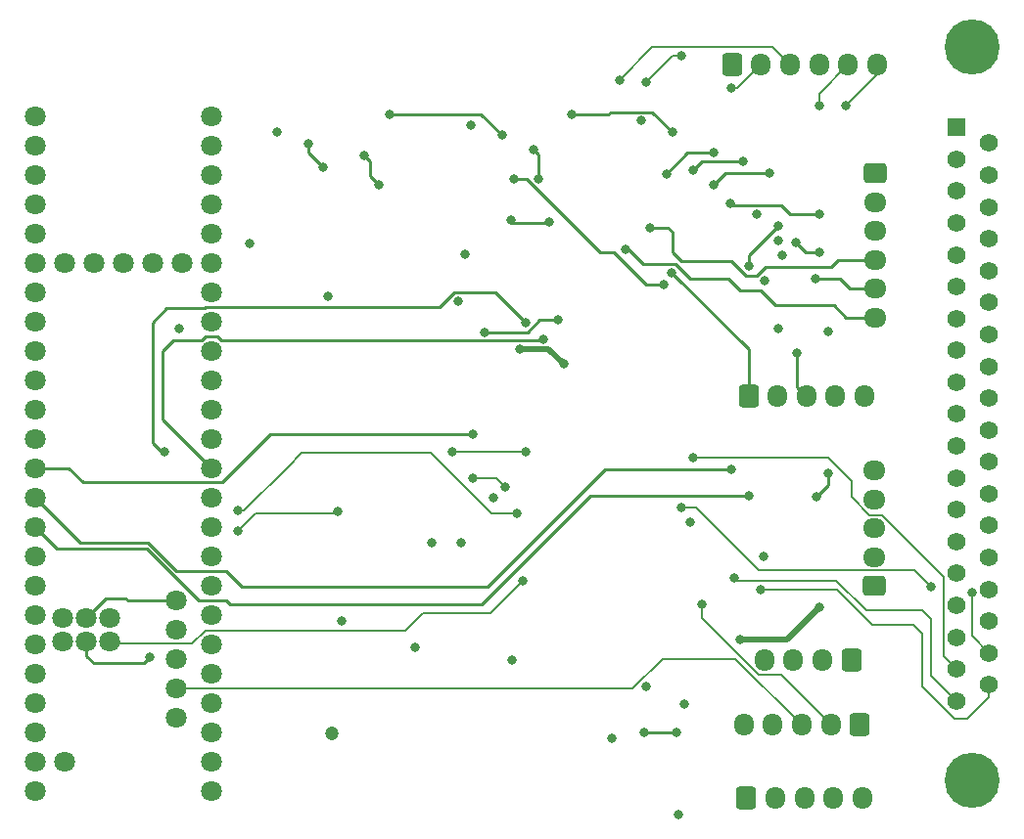
<source format=gbl>
G04 #@! TF.GenerationSoftware,KiCad,Pcbnew,7.0.10*
G04 #@! TF.CreationDate,2024-08-08T18:22:37-04:00*
G04 #@! TF.ProjectId,accessoryidk,61636365-7373-46f7-9279-69646b2e6b69,rev?*
G04 #@! TF.SameCoordinates,Original*
G04 #@! TF.FileFunction,Copper,L4,Bot*
G04 #@! TF.FilePolarity,Positive*
%FSLAX46Y46*%
G04 Gerber Fmt 4.6, Leading zero omitted, Abs format (unit mm)*
G04 Created by KiCad (PCBNEW 7.0.10) date 2024-08-08 18:22:37*
%MOMM*%
%LPD*%
G01*
G04 APERTURE LIST*
G04 Aperture macros list*
%AMRoundRect*
0 Rectangle with rounded corners*
0 $1 Rounding radius*
0 $2 $3 $4 $5 $6 $7 $8 $9 X,Y pos of 4 corners*
0 Add a 4 corners polygon primitive as box body*
4,1,4,$2,$3,$4,$5,$6,$7,$8,$9,$2,$3,0*
0 Add four circle primitives for the rounded corners*
1,1,$1+$1,$2,$3*
1,1,$1+$1,$4,$5*
1,1,$1+$1,$6,$7*
1,1,$1+$1,$8,$9*
0 Add four rect primitives between the rounded corners*
20,1,$1+$1,$2,$3,$4,$5,0*
20,1,$1+$1,$4,$5,$6,$7,0*
20,1,$1+$1,$6,$7,$8,$9,0*
20,1,$1+$1,$8,$9,$2,$3,0*%
G04 Aperture macros list end*
G04 #@! TA.AperFunction,ComponentPad*
%ADD10RoundRect,0.250000X-0.600000X-0.725000X0.600000X-0.725000X0.600000X0.725000X-0.600000X0.725000X0*%
G04 #@! TD*
G04 #@! TA.AperFunction,ComponentPad*
%ADD11O,1.700000X1.950000*%
G04 #@! TD*
G04 #@! TA.AperFunction,ComponentPad*
%ADD12RoundRect,0.250000X-0.725000X0.600000X-0.725000X-0.600000X0.725000X-0.600000X0.725000X0.600000X0*%
G04 #@! TD*
G04 #@! TA.AperFunction,ComponentPad*
%ADD13O,1.950000X1.700000*%
G04 #@! TD*
G04 #@! TA.AperFunction,ComponentPad*
%ADD14C,1.800000*%
G04 #@! TD*
G04 #@! TA.AperFunction,ComponentPad*
%ADD15RoundRect,0.250000X0.600000X0.725000X-0.600000X0.725000X-0.600000X-0.725000X0.600000X-0.725000X0*%
G04 #@! TD*
G04 #@! TA.AperFunction,ComponentPad*
%ADD16R,1.562000X1.562000*%
G04 #@! TD*
G04 #@! TA.AperFunction,ComponentPad*
%ADD17C,1.562000*%
G04 #@! TD*
G04 #@! TA.AperFunction,ComponentPad*
%ADD18C,4.762000*%
G04 #@! TD*
G04 #@! TA.AperFunction,ComponentPad*
%ADD19RoundRect,0.250000X0.725000X-0.600000X0.725000X0.600000X-0.725000X0.600000X-0.725000X-0.600000X0*%
G04 #@! TD*
G04 #@! TA.AperFunction,ViaPad*
%ADD20C,0.800000*%
G04 #@! TD*
G04 #@! TA.AperFunction,ViaPad*
%ADD21C,1.200000*%
G04 #@! TD*
G04 #@! TA.AperFunction,Conductor*
%ADD22C,0.500000*%
G04 #@! TD*
G04 #@! TA.AperFunction,Conductor*
%ADD23C,0.250000*%
G04 #@! TD*
G04 #@! TA.AperFunction,Conductor*
%ADD24C,0.200000*%
G04 #@! TD*
G04 APERTURE END LIST*
D10*
X101934000Y-86060000D03*
D11*
X104434000Y-86060000D03*
X106934000Y-86060000D03*
X109434000Y-86060000D03*
X111934000Y-86060000D03*
D10*
X102108000Y-51308000D03*
D11*
X104608000Y-51308000D03*
X107108000Y-51308000D03*
X109608000Y-51308000D03*
X112108000Y-51308000D03*
D12*
X113030000Y-32004000D03*
D13*
X113030000Y-34504000D03*
X113030000Y-37004000D03*
X113030000Y-39504000D03*
X113030000Y-42004000D03*
X113030000Y-44504000D03*
D14*
X55626000Y-82931000D03*
X55626000Y-80391000D03*
X55626000Y-77851000D03*
X55626000Y-75311000D03*
X55626000Y-49911000D03*
X40386000Y-80391000D03*
X50546000Y-39751000D03*
X55626000Y-72771000D03*
X55626000Y-70231000D03*
X52576000Y-79121000D03*
X55626000Y-67691000D03*
X55626000Y-65151000D03*
X55626000Y-62611000D03*
X55626000Y-60071000D03*
X55626000Y-57531000D03*
X55626000Y-54991000D03*
X55626000Y-52451000D03*
X40386000Y-52451000D03*
X40386000Y-54991000D03*
X40386000Y-57531000D03*
X40386000Y-60071000D03*
X40386000Y-62611000D03*
X40386000Y-65151000D03*
X40386000Y-67691000D03*
X40386000Y-70231000D03*
X40386000Y-72771000D03*
X40386000Y-75311000D03*
X40386000Y-77851000D03*
X55626000Y-47371000D03*
X55626000Y-44831000D03*
X55626000Y-42291000D03*
X55626000Y-39751000D03*
X55626000Y-37211000D03*
X55626000Y-34671000D03*
X55626000Y-32131000D03*
X55626000Y-29591000D03*
X55626000Y-27051000D03*
X40386000Y-27051000D03*
X40386000Y-29591000D03*
X40386000Y-32131000D03*
X40386000Y-34671000D03*
X40386000Y-37211000D03*
X40386000Y-39751000D03*
X40386000Y-42291000D03*
X40386000Y-44831000D03*
X40386000Y-47371000D03*
X52576000Y-74041000D03*
X52576000Y-76581000D03*
X55626000Y-85471000D03*
X40386000Y-49911000D03*
X40386000Y-82931000D03*
X48006000Y-39751000D03*
X44836000Y-70501000D03*
X44836000Y-72501000D03*
X42926000Y-39751000D03*
X45466000Y-39751000D03*
X42836000Y-72501000D03*
X42836000Y-70501000D03*
X46836000Y-70501000D03*
X46836000Y-72501000D03*
X52576000Y-71501000D03*
X52576000Y-68961000D03*
X53086000Y-39751000D03*
X40386000Y-85471000D03*
X42926000Y-82931000D03*
D15*
X110998000Y-74168000D03*
D11*
X108498000Y-74168000D03*
X105998000Y-74168000D03*
X103498000Y-74168000D03*
D15*
X111720000Y-79756000D03*
D11*
X109220000Y-79756000D03*
X106720000Y-79756000D03*
X104220000Y-79756000D03*
X101720000Y-79756000D03*
D16*
X120066000Y-28016000D03*
D17*
X120066000Y-30775000D03*
X120066000Y-33533000D03*
X120066000Y-36292000D03*
X120066000Y-39050000D03*
X120066000Y-41809000D03*
X120066000Y-44567000D03*
X120066000Y-47325000D03*
X120066000Y-50084000D03*
X120066000Y-52842000D03*
X120066000Y-55601000D03*
X120066000Y-58359000D03*
X120066000Y-61118000D03*
X120066000Y-63876000D03*
X120066000Y-66634000D03*
X120066000Y-69393000D03*
X120066000Y-72151000D03*
X120066000Y-74910000D03*
X120066000Y-77668000D03*
X122911000Y-29375000D03*
X122911000Y-32154000D03*
X122911000Y-34912000D03*
X122911000Y-37671000D03*
X122911000Y-40429000D03*
X122911000Y-43188000D03*
X122911000Y-45946000D03*
X122911000Y-48705000D03*
X122911000Y-51463000D03*
X122911000Y-54221000D03*
X122911000Y-56980000D03*
X122911000Y-59738000D03*
X122911000Y-62497000D03*
X122911000Y-65255000D03*
X122911000Y-68014000D03*
X122911000Y-70772000D03*
X122911000Y-73531000D03*
X122911000Y-76289000D03*
D18*
X121488000Y-21082000D03*
X121488000Y-84582000D03*
D19*
X112984000Y-67738000D03*
D13*
X112984000Y-65238000D03*
X112984000Y-62738000D03*
X112984000Y-60238000D03*
X112984000Y-57738000D03*
D10*
X100704000Y-22606000D03*
D11*
X103204000Y-22606000D03*
X105704000Y-22606000D03*
X108204000Y-22606000D03*
X110704000Y-22606000D03*
X113204000Y-22606000D03*
D20*
X90297000Y-80899000D03*
X76962000Y-43053000D03*
D21*
X66040000Y-80518000D03*
D20*
X77216000Y-64008000D03*
X58928000Y-38100000D03*
X96520000Y-77978000D03*
X104648000Y-45466000D03*
X108966000Y-45720000D03*
X102792151Y-35522044D03*
X104648000Y-37850653D03*
X86106000Y-48514000D03*
X82357000Y-47207000D03*
X81652500Y-74143500D03*
X80010000Y-60071000D03*
X73270500Y-73000500D03*
X105029000Y-39116000D03*
X61341000Y-28448000D03*
X65716000Y-42672000D03*
X74676000Y-64008000D03*
X103505000Y-41275000D03*
X78105000Y-27813000D03*
X103378000Y-65151000D03*
X77597000Y-38989000D03*
X92837000Y-27432000D03*
X93218000Y-76454000D03*
X66929000Y-70739000D03*
X97028000Y-62230000D03*
X96012000Y-87503000D03*
X108204000Y-38862000D03*
X106230847Y-38022542D03*
X106299000Y-47535000D03*
X81788000Y-32512000D03*
X94742000Y-41656000D03*
X50292000Y-73914000D03*
X95885000Y-80391000D03*
X93057249Y-80432524D03*
X104648000Y-36576000D03*
X102108000Y-40020000D03*
X110503025Y-26148975D03*
X108204000Y-26100000D03*
X86833525Y-26889525D03*
X80772000Y-28702000D03*
X71085525Y-26889525D03*
X65278000Y-31496000D03*
X95504000Y-28448000D03*
X64011217Y-29405230D03*
X99060000Y-30226000D03*
X94996000Y-32041000D03*
X100584000Y-57658000D03*
X102130731Y-59939639D03*
X108015347Y-60005653D03*
X109029500Y-57975500D03*
X96266000Y-21844000D03*
X93218000Y-24130000D03*
X90932000Y-23941000D03*
X83953331Y-32475000D03*
X83510615Y-29945652D03*
X100584000Y-24638000D03*
X84840101Y-36192679D03*
X81534000Y-36068000D03*
X70104000Y-33020000D03*
X68834000Y-30480000D03*
X52832000Y-45466000D03*
X82804000Y-44921000D03*
X51562000Y-56134000D03*
X79248000Y-45757000D03*
X85608092Y-44714092D03*
X84328000Y-46328000D03*
X78232000Y-54610000D03*
X97282000Y-31750000D03*
X101600000Y-30988000D03*
X99060000Y-33020000D03*
X103886000Y-31967000D03*
X100564554Y-34596488D03*
X108204000Y-35560000D03*
X93624317Y-36675261D03*
X107945347Y-41152653D03*
X91440000Y-38607000D03*
X95499347Y-40644653D03*
X98044000Y-69342000D03*
X96266000Y-60960000D03*
X117856000Y-67818000D03*
X121412000Y-68326000D03*
X97282000Y-56642000D03*
X103124000Y-68072000D03*
X100838000Y-67056000D03*
X101346000Y-72390000D03*
X108204000Y-69596000D03*
X57912000Y-62992000D03*
X66556000Y-61301070D03*
X82804000Y-56134000D03*
X76454000Y-56134000D03*
X78232000Y-58420000D03*
X81103000Y-59182000D03*
X82042000Y-61468000D03*
X57912000Y-61214000D03*
X82550000Y-67310000D03*
D22*
X82357000Y-47207000D02*
X84799000Y-47207000D01*
X84799000Y-47207000D02*
X86106000Y-48514000D01*
D23*
X46503000Y-68834000D02*
X48260000Y-68834000D01*
X44836000Y-70501000D02*
X46503000Y-68834000D01*
X48260000Y-68834000D02*
X48387000Y-68961000D01*
X48387000Y-68961000D02*
X52576000Y-68961000D01*
X106299000Y-50499000D02*
X107108000Y-51308000D01*
X107070305Y-38862000D02*
X108204000Y-38862000D01*
X106299000Y-47535000D02*
X106299000Y-50499000D01*
X106230847Y-38022542D02*
X107070305Y-38862000D01*
X93218000Y-41656000D02*
X90424000Y-38862000D01*
X90424000Y-38862000D02*
X89315026Y-38862000D01*
X82965026Y-32512000D02*
X82804000Y-32512000D01*
X94742000Y-41656000D02*
X93218000Y-41656000D01*
X89315026Y-38862000D02*
X82965026Y-32512000D01*
X82804000Y-32512000D02*
X81788000Y-32512000D01*
X49784000Y-74422000D02*
X45466000Y-74422000D01*
X44836000Y-73792000D02*
X44836000Y-72501000D01*
X45466000Y-74422000D02*
X44836000Y-73792000D01*
X50292000Y-73914000D02*
X49784000Y-74422000D01*
X93098773Y-80391000D02*
X93057249Y-80432524D01*
X95885000Y-80391000D02*
X93098773Y-80391000D01*
X102108000Y-40020000D02*
X102108000Y-39116000D01*
X102108000Y-39116000D02*
X104648000Y-36576000D01*
D24*
X110503025Y-26148975D02*
X113204000Y-23448000D01*
X113204000Y-23448000D02*
X113204000Y-22606000D01*
X108204000Y-25106000D02*
X110704000Y-22606000D01*
X108204000Y-26100000D02*
X108204000Y-25106000D01*
D23*
X64011217Y-29405230D02*
X64011217Y-30229217D01*
X93763000Y-26707000D02*
X95504000Y-28448000D01*
X71085525Y-26889525D02*
X78959525Y-26889525D01*
X64011217Y-30229217D02*
X65278000Y-31496000D01*
X86833525Y-26889525D02*
X89987475Y-26889525D01*
X78959525Y-26889525D02*
X80772000Y-28702000D01*
X89987475Y-26889525D02*
X90170000Y-26707000D01*
X90170000Y-26707000D02*
X93763000Y-26707000D01*
X94996000Y-32041000D02*
X96811000Y-30226000D01*
X96811000Y-30226000D02*
X99060000Y-30226000D01*
X56941000Y-66466000D02*
X52624396Y-66466000D01*
X100584000Y-57658000D02*
X89662000Y-57658000D01*
X88138000Y-59182000D02*
X88138000Y-59191305D01*
X52624396Y-66466000D02*
X50166396Y-64008000D01*
X89662000Y-57658000D02*
X88138000Y-59182000D01*
X88138000Y-59191305D02*
X79511305Y-67818000D01*
X44323000Y-64008000D02*
X40386000Y-60071000D01*
X58293000Y-67818000D02*
X56941000Y-66466000D01*
X79511305Y-67818000D02*
X58293000Y-67818000D01*
X50166396Y-64008000D02*
X44323000Y-64008000D01*
X57277000Y-69342000D02*
X56941000Y-69006000D01*
X102130731Y-59939639D02*
X102126370Y-59944000D01*
X88392000Y-59944000D02*
X78994000Y-69342000D01*
X54528000Y-69006000D02*
X50038000Y-64516000D01*
X42291000Y-64516000D02*
X40386000Y-62611000D01*
X78994000Y-69342000D02*
X57277000Y-69342000D01*
X56941000Y-69006000D02*
X54528000Y-69006000D01*
X102126370Y-59944000D02*
X88392000Y-59944000D01*
X50038000Y-64516000D02*
X42291000Y-64516000D01*
X109029500Y-58991500D02*
X108015347Y-60005653D01*
X109029500Y-57975500D02*
X109029500Y-58991500D01*
D24*
X95504000Y-21844000D02*
X96266000Y-21844000D01*
X93218000Y-24130000D02*
X95504000Y-21844000D01*
X93791000Y-21082000D02*
X104180000Y-21082000D01*
X90932000Y-23941000D02*
X93791000Y-21082000D01*
X104180000Y-21082000D02*
X105704000Y-22606000D01*
D23*
X83953331Y-32475000D02*
X83953331Y-30388368D01*
X83953331Y-30388368D02*
X83510615Y-29945652D01*
D24*
X100584000Y-24638000D02*
X101172000Y-24638000D01*
X101172000Y-24638000D02*
X103204000Y-22606000D01*
D23*
X69342000Y-30988000D02*
X69342000Y-32258000D01*
X84840101Y-36192679D02*
X84778158Y-36254622D01*
X68834000Y-30480000D02*
X69342000Y-30988000D01*
X84778158Y-36254622D02*
X81720622Y-36254622D01*
X81720622Y-36254622D02*
X81534000Y-36068000D01*
X69342000Y-32258000D02*
X70104000Y-33020000D01*
X51308000Y-56134000D02*
X51562000Y-56134000D01*
X55036588Y-43688000D02*
X51805000Y-43688000D01*
X55118588Y-43606000D02*
X55036588Y-43688000D01*
X76661695Y-42328000D02*
X75383695Y-43606000D01*
X82804000Y-44921000D02*
X80211000Y-42328000D01*
X80211000Y-42328000D02*
X76661695Y-42328000D01*
X51805000Y-43688000D02*
X50546000Y-44947000D01*
X50546000Y-55372000D02*
X51308000Y-56134000D01*
X75383695Y-43606000D02*
X55118588Y-43606000D01*
X50546000Y-44947000D02*
X50546000Y-55372000D01*
X79248000Y-45757000D02*
X83021000Y-45757000D01*
X83021000Y-45757000D02*
X84063908Y-44714092D01*
X84063908Y-44714092D02*
X85608092Y-44714092D01*
X56469412Y-46482000D02*
X56133412Y-46146000D01*
X56133412Y-46146000D02*
X55118588Y-46146000D01*
X51435000Y-53340000D02*
X55307802Y-57212802D01*
X84328000Y-46328000D02*
X84174000Y-46482000D01*
X51435000Y-47371000D02*
X52324000Y-46482000D01*
X84174000Y-46482000D02*
X56469412Y-46482000D01*
X55118588Y-46146000D02*
X54782588Y-46482000D01*
X51435000Y-53340000D02*
X51435000Y-47371000D01*
X54782588Y-46482000D02*
X52324000Y-46482000D01*
X56560000Y-58756000D02*
X44532000Y-58756000D01*
X44532000Y-58756000D02*
X43307000Y-57531000D01*
X78232000Y-54610000D02*
X60706000Y-54610000D01*
X60706000Y-54610000D02*
X56560000Y-58756000D01*
X43307000Y-57531000D02*
X40386000Y-57531000D01*
X78296750Y-54610000D02*
X78232000Y-54610000D01*
X98044000Y-30988000D02*
X101600000Y-30988000D01*
X97282000Y-31750000D02*
X98044000Y-30988000D01*
X100113000Y-31967000D02*
X103886000Y-31967000D01*
X99060000Y-33020000D02*
X100113000Y-31967000D01*
X104902000Y-34798000D02*
X105664000Y-35560000D01*
X100766066Y-34798000D02*
X104902000Y-34798000D01*
X105664000Y-35560000D02*
X108204000Y-35560000D01*
X100564554Y-34596488D02*
X100766066Y-34798000D01*
X95504000Y-38862000D02*
X96266000Y-39624000D01*
X95504000Y-37084000D02*
X95504000Y-38862000D01*
X109220000Y-40132000D02*
X109848000Y-39504000D01*
X93624317Y-36675261D02*
X95095261Y-36675261D01*
X101854000Y-40894000D02*
X102860695Y-40894000D01*
X100584000Y-39624000D02*
X101854000Y-40894000D01*
X109848000Y-39504000D02*
X113030000Y-39504000D01*
X102860695Y-40894000D02*
X103622695Y-40132000D01*
X96266000Y-39624000D02*
X100584000Y-39624000D01*
X103622695Y-40132000D02*
X109220000Y-40132000D01*
X95095261Y-36675261D02*
X95504000Y-37084000D01*
X110838000Y-42004000D02*
X113030000Y-42004000D01*
X109986653Y-41152653D02*
X110838000Y-42004000D01*
X107945347Y-41152653D02*
X109986653Y-41152653D01*
X104394000Y-43434000D02*
X103124000Y-42164000D01*
X109474000Y-43434000D02*
X104394000Y-43434000D01*
X101346000Y-42164000D02*
X100330000Y-41148000D01*
X91440000Y-38354000D02*
X91440000Y-38607000D01*
X97028000Y-41148000D02*
X95758000Y-39878000D01*
X110544000Y-44504000D02*
X109474000Y-43434000D01*
X113030000Y-44504000D02*
X110544000Y-44504000D01*
X95758000Y-39878000D02*
X92964000Y-39878000D01*
X103124000Y-42164000D02*
X101346000Y-42164000D01*
X92964000Y-39878000D02*
X91440000Y-38354000D01*
X100330000Y-41148000D02*
X97028000Y-41148000D01*
X95499347Y-40644653D02*
X102108000Y-47253306D01*
X102108000Y-47253306D02*
X102108000Y-51308000D01*
D24*
X109220000Y-79756000D02*
X104907000Y-75443000D01*
X102972686Y-75443000D02*
X98044000Y-70514314D01*
X104907000Y-75443000D02*
X102972686Y-75443000D01*
X98044000Y-70514314D02*
X98044000Y-69342000D01*
X94661050Y-74021000D02*
X92101050Y-76581000D01*
X92101050Y-76581000D02*
X52576000Y-76581000D01*
X106720000Y-79756000D02*
X100985000Y-74021000D01*
X100985000Y-74021000D02*
X94661050Y-74021000D01*
X116426000Y-66388000D02*
X117856000Y-67818000D01*
X97536000Y-60960000D02*
X102964000Y-66388000D01*
X102964000Y-66388000D02*
X116426000Y-66388000D01*
X121412000Y-68326000D02*
X121412000Y-72032000D01*
X121412000Y-72032000D02*
X122911000Y-73531000D01*
X96266000Y-60960000D02*
X97536000Y-60960000D01*
X113658000Y-61588000D02*
X118985000Y-66915000D01*
X118985000Y-73829000D02*
X120066000Y-74910000D01*
X110998000Y-58674000D02*
X110998000Y-60003346D01*
X97282000Y-56642000D02*
X108966000Y-56642000D01*
X112582654Y-61588000D02*
X113658000Y-61588000D01*
X110998000Y-60003346D02*
X112582654Y-61588000D01*
X108966000Y-56642000D02*
X110998000Y-58674000D01*
X118985000Y-66915000D02*
X118985000Y-73829000D01*
X117094000Y-76454000D02*
X119888000Y-79248000D01*
X119888000Y-79248000D02*
X121056500Y-79248000D01*
X103124000Y-68072000D02*
X109728000Y-68072000D01*
X121056500Y-79248000D02*
X122911000Y-77393500D01*
X117094000Y-71882000D02*
X117094000Y-76454000D01*
X122911000Y-77393500D02*
X122911000Y-76289000D01*
X116332000Y-71120000D02*
X117094000Y-71882000D01*
X109728000Y-68072000D02*
X112776000Y-71120000D01*
X112776000Y-71120000D02*
X116332000Y-71120000D01*
X117094000Y-69850000D02*
X117856000Y-70612000D01*
X112268000Y-69850000D02*
X117094000Y-69850000D01*
X117856000Y-70612000D02*
X117856000Y-75458000D01*
X100838000Y-67056000D02*
X101022347Y-67240347D01*
X101022347Y-67240347D02*
X109658347Y-67240347D01*
X109658347Y-67240347D02*
X112268000Y-69850000D01*
X117856000Y-75458000D02*
X120066000Y-77668000D01*
D22*
X105410000Y-72390000D02*
X108204000Y-69596000D01*
X101346000Y-72390000D02*
X105410000Y-72390000D01*
D24*
X82804000Y-56134000D02*
X76454000Y-56134000D01*
X66426070Y-61431000D02*
X61043057Y-61431000D01*
X66556000Y-61301070D02*
X66426070Y-61431000D01*
X59473000Y-61431000D02*
X57912000Y-62992000D01*
X61043057Y-61431000D02*
X59473000Y-61431000D01*
X80341000Y-58420000D02*
X78232000Y-58420000D01*
X81103000Y-59182000D02*
X80341000Y-58420000D01*
X62251500Y-57425500D02*
X62246000Y-57431000D01*
X58463000Y-61214000D02*
X57912000Y-61214000D01*
X62251500Y-57425500D02*
X58463000Y-61214000D01*
X63446000Y-56231000D02*
X62251500Y-57425500D01*
X79896000Y-61468000D02*
X74659000Y-56231000D01*
X82042000Y-61468000D02*
X79896000Y-61468000D01*
X74659000Y-56231000D02*
X63446000Y-56231000D01*
X53998943Y-72701000D02*
X47036000Y-72701000D01*
X72447000Y-71571000D02*
X55128943Y-71571000D01*
X79756000Y-70104000D02*
X73914000Y-70104000D01*
X82550000Y-67310000D02*
X79756000Y-70104000D01*
X47036000Y-72701000D02*
X46836000Y-72501000D01*
X73914000Y-70104000D02*
X72447000Y-71571000D01*
X55128943Y-71571000D02*
X53998943Y-72701000D01*
M02*

</source>
